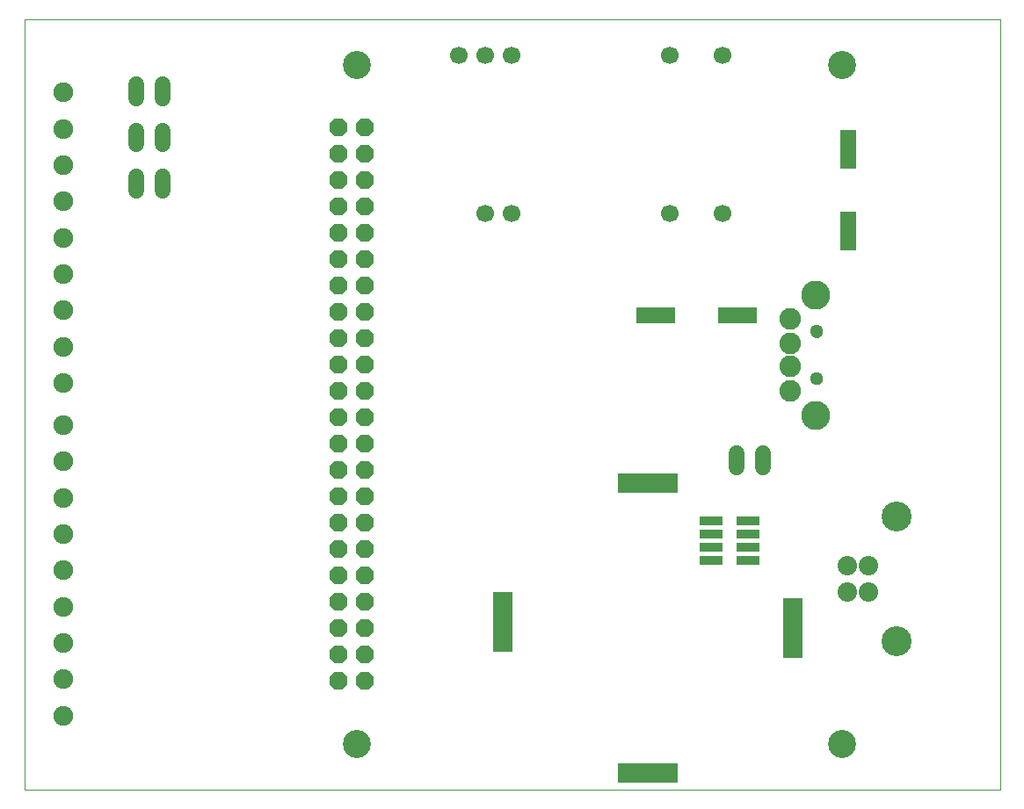
<source format=gbs>
G75*
%MOIN*%
%OFA0B0*%
%FSLAX24Y24*%
%IPPOS*%
%LPD*%
%AMOC8*
5,1,8,0,0,1.08239X$1,22.5*
%
%ADD10C,0.0000*%
%ADD11C,0.1063*%
%ADD12R,0.2250X0.0750*%
%ADD13R,0.0750X0.2250*%
%ADD14OC8,0.0669*%
%ADD15R,0.0886X0.0378*%
%ADD16C,0.0739*%
%ADD17C,0.1136*%
%ADD18C,0.0819*%
%ADD19C,0.1102*%
%ADD20C,0.0512*%
%ADD21C,0.0596*%
%ADD22C,0.0748*%
%ADD23C,0.0669*%
%ADD24R,0.0591X0.1496*%
%ADD25R,0.1496X0.0591*%
D10*
X000942Y000150D02*
X000942Y029400D01*
X037942Y029400D01*
X037942Y000150D01*
X000942Y000150D01*
X013050Y001900D02*
X013052Y001944D01*
X013058Y001988D01*
X013068Y002031D01*
X013081Y002073D01*
X013099Y002113D01*
X013120Y002152D01*
X013144Y002189D01*
X013171Y002224D01*
X013202Y002256D01*
X013235Y002285D01*
X013271Y002311D01*
X013309Y002333D01*
X013349Y002352D01*
X013390Y002368D01*
X013433Y002380D01*
X013476Y002388D01*
X013520Y002392D01*
X013564Y002392D01*
X013608Y002388D01*
X013651Y002380D01*
X013694Y002368D01*
X013735Y002352D01*
X013775Y002333D01*
X013813Y002311D01*
X013849Y002285D01*
X013882Y002256D01*
X013913Y002224D01*
X013940Y002189D01*
X013964Y002152D01*
X013985Y002113D01*
X014003Y002073D01*
X014016Y002031D01*
X014026Y001988D01*
X014032Y001944D01*
X014034Y001900D01*
X014032Y001856D01*
X014026Y001812D01*
X014016Y001769D01*
X014003Y001727D01*
X013985Y001687D01*
X013964Y001648D01*
X013940Y001611D01*
X013913Y001576D01*
X013882Y001544D01*
X013849Y001515D01*
X013813Y001489D01*
X013775Y001467D01*
X013735Y001448D01*
X013694Y001432D01*
X013651Y001420D01*
X013608Y001412D01*
X013564Y001408D01*
X013520Y001408D01*
X013476Y001412D01*
X013433Y001420D01*
X013390Y001432D01*
X013349Y001448D01*
X013309Y001467D01*
X013271Y001489D01*
X013235Y001515D01*
X013202Y001544D01*
X013171Y001576D01*
X013144Y001611D01*
X013120Y001648D01*
X013099Y001687D01*
X013081Y001727D01*
X013068Y001769D01*
X013058Y001812D01*
X013052Y001856D01*
X013050Y001900D01*
X031450Y001900D02*
X031452Y001944D01*
X031458Y001988D01*
X031468Y002031D01*
X031481Y002073D01*
X031499Y002113D01*
X031520Y002152D01*
X031544Y002189D01*
X031571Y002224D01*
X031602Y002256D01*
X031635Y002285D01*
X031671Y002311D01*
X031709Y002333D01*
X031749Y002352D01*
X031790Y002368D01*
X031833Y002380D01*
X031876Y002388D01*
X031920Y002392D01*
X031964Y002392D01*
X032008Y002388D01*
X032051Y002380D01*
X032094Y002368D01*
X032135Y002352D01*
X032175Y002333D01*
X032213Y002311D01*
X032249Y002285D01*
X032282Y002256D01*
X032313Y002224D01*
X032340Y002189D01*
X032364Y002152D01*
X032385Y002113D01*
X032403Y002073D01*
X032416Y002031D01*
X032426Y001988D01*
X032432Y001944D01*
X032434Y001900D01*
X032432Y001856D01*
X032426Y001812D01*
X032416Y001769D01*
X032403Y001727D01*
X032385Y001687D01*
X032364Y001648D01*
X032340Y001611D01*
X032313Y001576D01*
X032282Y001544D01*
X032249Y001515D01*
X032213Y001489D01*
X032175Y001467D01*
X032135Y001448D01*
X032094Y001432D01*
X032051Y001420D01*
X032008Y001412D01*
X031964Y001408D01*
X031920Y001408D01*
X031876Y001412D01*
X031833Y001420D01*
X031790Y001432D01*
X031749Y001448D01*
X031709Y001467D01*
X031671Y001489D01*
X031635Y001515D01*
X031602Y001544D01*
X031571Y001576D01*
X031544Y001611D01*
X031520Y001648D01*
X031499Y001687D01*
X031481Y001727D01*
X031468Y001769D01*
X031458Y001812D01*
X031452Y001856D01*
X031450Y001900D01*
X030764Y015764D02*
X030766Y015793D01*
X030772Y015821D01*
X030781Y015849D01*
X030794Y015875D01*
X030811Y015898D01*
X030830Y015920D01*
X030852Y015939D01*
X030877Y015954D01*
X030903Y015967D01*
X030931Y015975D01*
X030959Y015980D01*
X030988Y015981D01*
X031017Y015978D01*
X031045Y015971D01*
X031072Y015961D01*
X031098Y015947D01*
X031121Y015930D01*
X031142Y015910D01*
X031160Y015887D01*
X031175Y015862D01*
X031186Y015835D01*
X031194Y015807D01*
X031198Y015778D01*
X031198Y015750D01*
X031194Y015721D01*
X031186Y015693D01*
X031175Y015666D01*
X031160Y015641D01*
X031142Y015618D01*
X031121Y015598D01*
X031098Y015581D01*
X031072Y015567D01*
X031045Y015557D01*
X031017Y015550D01*
X030988Y015547D01*
X030959Y015548D01*
X030931Y015553D01*
X030903Y015561D01*
X030877Y015574D01*
X030852Y015589D01*
X030830Y015608D01*
X030811Y015630D01*
X030794Y015653D01*
X030781Y015679D01*
X030772Y015707D01*
X030766Y015735D01*
X030764Y015764D01*
X030764Y017536D02*
X030766Y017565D01*
X030772Y017593D01*
X030781Y017621D01*
X030794Y017647D01*
X030811Y017670D01*
X030830Y017692D01*
X030852Y017711D01*
X030877Y017726D01*
X030903Y017739D01*
X030931Y017747D01*
X030959Y017752D01*
X030988Y017753D01*
X031017Y017750D01*
X031045Y017743D01*
X031072Y017733D01*
X031098Y017719D01*
X031121Y017702D01*
X031142Y017682D01*
X031160Y017659D01*
X031175Y017634D01*
X031186Y017607D01*
X031194Y017579D01*
X031198Y017550D01*
X031198Y017522D01*
X031194Y017493D01*
X031186Y017465D01*
X031175Y017438D01*
X031160Y017413D01*
X031142Y017390D01*
X031121Y017370D01*
X031098Y017353D01*
X031072Y017339D01*
X031045Y017329D01*
X031017Y017322D01*
X030988Y017319D01*
X030959Y017320D01*
X030931Y017325D01*
X030903Y017333D01*
X030877Y017346D01*
X030852Y017361D01*
X030830Y017380D01*
X030811Y017402D01*
X030794Y017425D01*
X030781Y017451D01*
X030772Y017479D01*
X030766Y017507D01*
X030764Y017536D01*
X031450Y027650D02*
X031452Y027694D01*
X031458Y027738D01*
X031468Y027781D01*
X031481Y027823D01*
X031499Y027863D01*
X031520Y027902D01*
X031544Y027939D01*
X031571Y027974D01*
X031602Y028006D01*
X031635Y028035D01*
X031671Y028061D01*
X031709Y028083D01*
X031749Y028102D01*
X031790Y028118D01*
X031833Y028130D01*
X031876Y028138D01*
X031920Y028142D01*
X031964Y028142D01*
X032008Y028138D01*
X032051Y028130D01*
X032094Y028118D01*
X032135Y028102D01*
X032175Y028083D01*
X032213Y028061D01*
X032249Y028035D01*
X032282Y028006D01*
X032313Y027974D01*
X032340Y027939D01*
X032364Y027902D01*
X032385Y027863D01*
X032403Y027823D01*
X032416Y027781D01*
X032426Y027738D01*
X032432Y027694D01*
X032434Y027650D01*
X032432Y027606D01*
X032426Y027562D01*
X032416Y027519D01*
X032403Y027477D01*
X032385Y027437D01*
X032364Y027398D01*
X032340Y027361D01*
X032313Y027326D01*
X032282Y027294D01*
X032249Y027265D01*
X032213Y027239D01*
X032175Y027217D01*
X032135Y027198D01*
X032094Y027182D01*
X032051Y027170D01*
X032008Y027162D01*
X031964Y027158D01*
X031920Y027158D01*
X031876Y027162D01*
X031833Y027170D01*
X031790Y027182D01*
X031749Y027198D01*
X031709Y027217D01*
X031671Y027239D01*
X031635Y027265D01*
X031602Y027294D01*
X031571Y027326D01*
X031544Y027361D01*
X031520Y027398D01*
X031499Y027437D01*
X031481Y027477D01*
X031468Y027519D01*
X031458Y027562D01*
X031452Y027606D01*
X031450Y027650D01*
X013050Y027650D02*
X013052Y027694D01*
X013058Y027738D01*
X013068Y027781D01*
X013081Y027823D01*
X013099Y027863D01*
X013120Y027902D01*
X013144Y027939D01*
X013171Y027974D01*
X013202Y028006D01*
X013235Y028035D01*
X013271Y028061D01*
X013309Y028083D01*
X013349Y028102D01*
X013390Y028118D01*
X013433Y028130D01*
X013476Y028138D01*
X013520Y028142D01*
X013564Y028142D01*
X013608Y028138D01*
X013651Y028130D01*
X013694Y028118D01*
X013735Y028102D01*
X013775Y028083D01*
X013813Y028061D01*
X013849Y028035D01*
X013882Y028006D01*
X013913Y027974D01*
X013940Y027939D01*
X013964Y027902D01*
X013985Y027863D01*
X014003Y027823D01*
X014016Y027781D01*
X014026Y027738D01*
X014032Y027694D01*
X014034Y027650D01*
X014032Y027606D01*
X014026Y027562D01*
X014016Y027519D01*
X014003Y027477D01*
X013985Y027437D01*
X013964Y027398D01*
X013940Y027361D01*
X013913Y027326D01*
X013882Y027294D01*
X013849Y027265D01*
X013813Y027239D01*
X013775Y027217D01*
X013735Y027198D01*
X013694Y027182D01*
X013651Y027170D01*
X013608Y027162D01*
X013564Y027158D01*
X013520Y027158D01*
X013476Y027162D01*
X013433Y027170D01*
X013390Y027182D01*
X013349Y027198D01*
X013309Y027217D01*
X013271Y027239D01*
X013235Y027265D01*
X013202Y027294D01*
X013171Y027326D01*
X013144Y027361D01*
X013120Y027398D01*
X013099Y027437D01*
X013081Y027477D01*
X013068Y027519D01*
X013058Y027562D01*
X013052Y027606D01*
X013050Y027650D01*
D11*
X013542Y027650D03*
X031942Y027650D03*
X031942Y001900D03*
X013542Y001900D03*
D12*
X024567Y000775D03*
X024567Y011775D03*
D13*
X019067Y006525D03*
X030067Y006275D03*
D14*
X013842Y006275D03*
X013842Y007275D03*
X013842Y008275D03*
X012842Y008275D03*
X012842Y007275D03*
X012842Y006275D03*
X012842Y005275D03*
X013842Y005275D03*
X013842Y004275D03*
X012842Y004275D03*
X012842Y009275D03*
X013842Y009275D03*
X013842Y010275D03*
X013842Y011275D03*
X012842Y011275D03*
X012842Y010275D03*
X012842Y012275D03*
X013842Y012275D03*
X013842Y013275D03*
X012842Y013275D03*
X012842Y014275D03*
X013842Y014275D03*
X013842Y015275D03*
X013842Y016275D03*
X012842Y016275D03*
X012842Y015275D03*
X012842Y017275D03*
X013842Y017275D03*
X013842Y018275D03*
X013842Y019275D03*
X012842Y019275D03*
X012842Y018275D03*
X012842Y020275D03*
X013842Y020275D03*
X013842Y021275D03*
X012842Y021275D03*
X012842Y022275D03*
X013842Y022275D03*
X013842Y023275D03*
X013842Y024275D03*
X012842Y024275D03*
X012842Y023275D03*
X012842Y025275D03*
X013842Y025275D03*
D15*
X026973Y010363D03*
X026973Y009863D03*
X026973Y009363D03*
X026973Y008863D03*
X028375Y008863D03*
X028375Y009363D03*
X028375Y009863D03*
X028375Y010363D03*
D16*
X032162Y008642D03*
X032942Y008642D03*
X032942Y007658D03*
X032162Y007658D03*
D17*
X034012Y005780D03*
X034012Y010520D03*
D18*
X029997Y015272D03*
X029997Y016206D03*
X029997Y017094D03*
X029997Y018028D03*
D19*
X030942Y018933D03*
X030942Y014367D03*
D20*
X030981Y015764D03*
X030981Y017536D03*
D21*
X028942Y012909D02*
X028942Y012391D01*
X027942Y012391D02*
X027942Y012909D01*
X006192Y022891D02*
X006192Y023409D01*
X005192Y023409D02*
X005192Y022891D01*
X005192Y024641D02*
X005192Y025159D01*
X006192Y025159D02*
X006192Y024641D01*
X006192Y026391D02*
X006192Y026909D01*
X005192Y026909D02*
X005192Y026391D01*
D22*
X002431Y026605D03*
X002431Y025227D03*
X002431Y023849D03*
X002431Y022471D03*
X002431Y021093D03*
X002431Y019715D03*
X002431Y018337D03*
X002431Y016959D03*
X002431Y015582D03*
X002431Y013985D03*
X002431Y012607D03*
X002431Y011229D03*
X002431Y009851D03*
X002431Y008473D03*
X002431Y007095D03*
X002431Y005717D03*
X002431Y004339D03*
X002431Y002962D03*
D23*
X018430Y022028D03*
X019430Y022028D03*
X025430Y022028D03*
X027430Y022028D03*
X027430Y028028D03*
X025430Y028028D03*
X019430Y028028D03*
X018430Y028028D03*
X017430Y028028D03*
D24*
X032192Y024455D03*
X032192Y021355D03*
D25*
X027987Y018150D03*
X024887Y018150D03*
M02*

</source>
